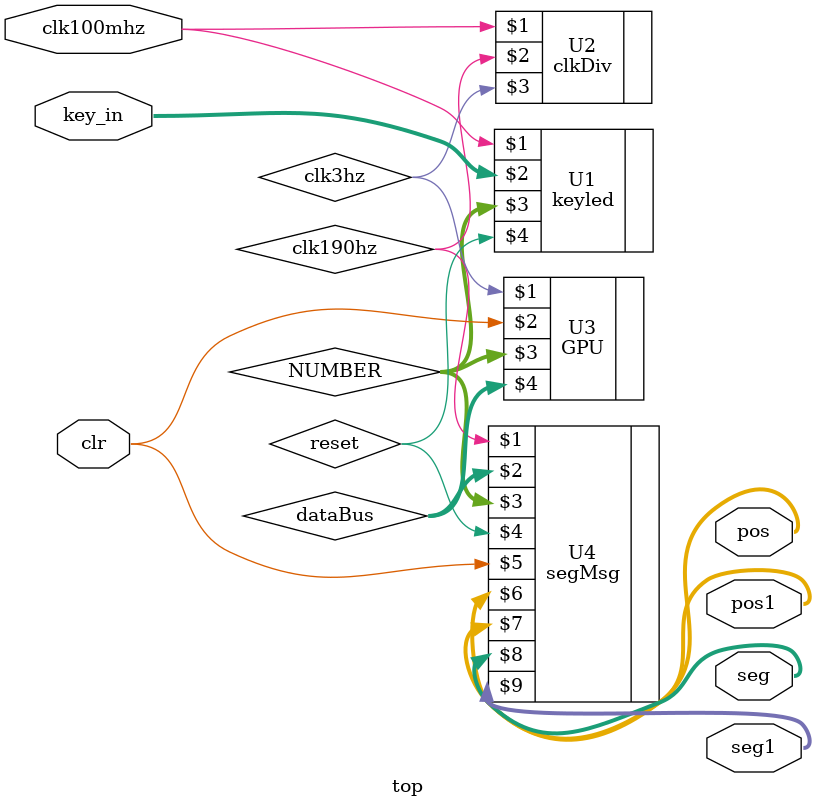
<source format=v>

module top(
    input clk100mhz,
    input clr,
    input [4:0]key_in,
    output [3:0]pos,
    output [3:0]pos1,
    output [7:0]seg,
    output [7:0]seg1
    );
    
    wire clk190hz;//将分频模块的190hz信号连接到数码管显示模块
    wire clk3hz;//将分频模块的3hz信号连接到处理显示GPU模块
    wire [15:0]dataBus;//将处理模块处理后的数据连接到数码管显示模块
    wire [31:0]NUMBER;//存入学号数据
    wire reset;
    
    keyled U1(clk100mhz,key_in,NUMBER,reset);//输入数据
    clkDiv U2(clk100mhz,clk190hz,clk3hz);//分频
    GPU    U3(clk3hz,clr,NUMBER,dataBus);//滚动
    segMsg U4(clk190hz,dataBus,NUMBER,reset,clr,pos,pos1,seg,seg1);//显示
    
endmodule
</source>
